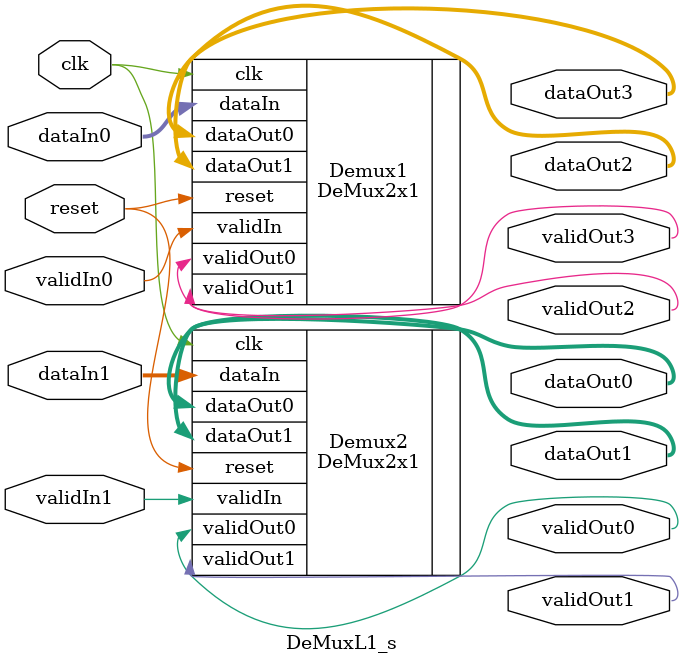
<source format=v>
/* Generated by Yosys 0.9 (git sha1 1979e0b) */

(* src = "DeMux2x1.v:1" *)
module DeMux2x1_L1(dataOut0, dataOut1, validOut0, validOut1, dataIn, validIn, clk, reset);
  (* src = "DeMux2x1.v:43" *)
  wire [7:0] _000_;
  (* src = "DeMux2x1.v:60" *)
  wire [7:0] _001_;
  (* src = "DeMux2x1.v:18" *)
  wire _002_;
  (* src = "DeMux2x1.v:43" *)
  wire _003_;
  (* src = "DeMux2x1.v:60" *)
  wire _004_;
  wire _005_;
  wire _006_;
  wire _007_;
  wire _008_;
  wire _009_;
  wire _010_;
  wire _011_;
  wire _012_;
  wire _013_;
  wire _014_;
  wire _015_;
  wire _016_;
  wire _017_;
  wire _018_;
  wire _019_;
  wire _020_;
  wire _021_;
  wire _022_;
  wire _023_;
  wire _024_;
  wire _025_;
  wire _026_;
  wire _027_;
  wire _028_;
  wire _029_;
  wire _030_;
  wire _031_;
  wire _032_;
  wire _033_;
  wire _034_;
  wire _035_;
  wire _036_;
  wire _037_;
  wire _038_;
  wire _039_;
  wire _040_;
  wire _041_;
  wire _042_;
  wire _043_;
  wire _044_;
  wire _045_;
  wire _046_;
  wire _047_;
  wire _048_;
  wire _049_;
  wire _050_;
  wire _051_;
  wire _052_;
  wire _053_;
  wire _054_;
  wire _055_;
  wire _056_;
  wire _057_;
  wire _058_;
  wire _059_;
  wire _060_;
  wire _061_;
  wire _062_;
  wire _063_;
  wire _064_;
  wire _065_;
  wire _066_;
  wire _067_;
  wire _068_;
  wire _069_;
  wire _070_;
  wire _071_;
  wire _072_;
  (* src = "DeMux2x1.v:9" *)
  input clk;
  (* src = "DeMux2x1.v:6" *)
  input [7:0] dataIn;
  (* src = "DeMux2x1.v:2" *)
  output [7:0] dataOut0;
  (* src = "DeMux2x1.v:3" *)
  output [7:0] dataOut1;
  (* init = 8'h00 *)
  (* src = "DeMux2x1.v:12" *)
  (* unused_bits = "0 1 2 3 4 5 6 7" *)
  wire [7:0] out0;
  (* init = 8'h00 *)
  (* src = "DeMux2x1.v:13" *)
  (* unused_bits = "0 1 2 3 4 5 6 7" *)
  wire [7:0] out1;
  (* src = "DeMux2x1.v:10" *)
  input reset;
  (* src = "DeMux2x1.v:16" *)
  wire selector;
  (* init = 1'h0 *)
  (* src = "DeMux2x1.v:14" *)
  (* unused_bits = "0" *)
  wire validDeMux0;
  (* init = 1'h0 *)
  (* src = "DeMux2x1.v:15" *)
  (* unused_bits = "0" *)
  wire validDeMux1;
  (* src = "DeMux2x1.v:7" *)
  input validIn;
  (* src = "DeMux2x1.v:4" *)
  output validOut0;
  (* src = "DeMux2x1.v:5" *)
  output validOut1;
  NOT _073_ (
    .A(reset),
    .Y(_031_)
  );
  NOT _074_ (
    .A(validIn),
    .Y(_032_)
  );
  NOT _075_ (
    .A(selector),
    .Y(_033_)
  );
  NOT _076_ (
    .A(dataIn[0]),
    .Y(_034_)
  );
  NOT _077_ (
    .A(dataIn[1]),
    .Y(_035_)
  );
  NOT _078_ (
    .A(dataIn[2]),
    .Y(_036_)
  );
  NOT _079_ (
    .A(dataIn[3]),
    .Y(_037_)
  );
  NOT _080_ (
    .A(dataIn[4]),
    .Y(_038_)
  );
  NOT _081_ (
    .A(dataIn[5]),
    .Y(_039_)
  );
  NOT _082_ (
    .A(dataIn[6]),
    .Y(_040_)
  );
  NOT _083_ (
    .A(dataIn[7]),
    .Y(_041_)
  );
  NOR _084_ (
    .A(validOut1),
    .B(selector),
    .Y(_042_)
  );
  NOR _085_ (
    .A(validIn),
    .B(_033_),
    .Y(_043_)
  );
  NOR _086_ (
    .A(_042_),
    .B(_043_),
    .Y(_044_)
  );
  NOR _087_ (
    .A(_032_),
    .B(_033_),
    .Y(_045_)
  );
  NOR _088_ (
    .A(dataOut1[0]),
    .B(_045_),
    .Y(_046_)
  );
  NAND _089_ (
    .A(_034_),
    .B(_045_),
    .Y(_047_)
  );
  NAND _090_ (
    .A(reset),
    .B(_047_),
    .Y(_048_)
  );
  NOR _091_ (
    .A(_046_),
    .B(_048_),
    .Y(_001_[0])
  );
  NOR _092_ (
    .A(dataOut1[1]),
    .B(_045_),
    .Y(_049_)
  );
  NAND _093_ (
    .A(_035_),
    .B(_045_),
    .Y(_050_)
  );
  NAND _094_ (
    .A(reset),
    .B(_050_),
    .Y(_051_)
  );
  NOR _095_ (
    .A(_049_),
    .B(_051_),
    .Y(_001_[1])
  );
  NOR _096_ (
    .A(dataOut1[2]),
    .B(_045_),
    .Y(_052_)
  );
  NAND _097_ (
    .A(_036_),
    .B(_045_),
    .Y(_053_)
  );
  NAND _098_ (
    .A(reset),
    .B(_053_),
    .Y(_054_)
  );
  NOR _099_ (
    .A(_052_),
    .B(_054_),
    .Y(_001_[2])
  );
  NOR _100_ (
    .A(dataOut1[3]),
    .B(_045_),
    .Y(_055_)
  );
  NAND _101_ (
    .A(_037_),
    .B(_045_),
    .Y(_056_)
  );
  NAND _102_ (
    .A(reset),
    .B(_056_),
    .Y(_057_)
  );
  NOR _103_ (
    .A(_055_),
    .B(_057_),
    .Y(_001_[3])
  );
  NOR _104_ (
    .A(dataOut1[4]),
    .B(_045_),
    .Y(_058_)
  );
  NAND _105_ (
    .A(_038_),
    .B(_045_),
    .Y(_059_)
  );
  NAND _106_ (
    .A(reset),
    .B(_059_),
    .Y(_060_)
  );
  NOR _107_ (
    .A(_058_),
    .B(_060_),
    .Y(_001_[4])
  );
  NOR _108_ (
    .A(dataOut1[5]),
    .B(_045_),
    .Y(_061_)
  );
  NAND _109_ (
    .A(_039_),
    .B(_045_),
    .Y(_062_)
  );
  NAND _110_ (
    .A(reset),
    .B(_062_),
    .Y(_063_)
  );
  NOR _111_ (
    .A(_061_),
    .B(_063_),
    .Y(_001_[5])
  );
  NOR _112_ (
    .A(dataOut1[6]),
    .B(_045_),
    .Y(_064_)
  );
  NAND _113_ (
    .A(_040_),
    .B(_045_),
    .Y(_065_)
  );
  NAND _114_ (
    .A(reset),
    .B(_065_),
    .Y(_066_)
  );
  NOR _115_ (
    .A(_064_),
    .B(_066_),
    .Y(_001_[6])
  );
  NOR _116_ (
    .A(dataOut1[7]),
    .B(_045_),
    .Y(_067_)
  );
  NAND _117_ (
    .A(_041_),
    .B(_045_),
    .Y(_068_)
  );
  NAND _118_ (
    .A(reset),
    .B(_068_),
    .Y(_069_)
  );
  NOR _119_ (
    .A(_067_),
    .B(_069_),
    .Y(_001_[7])
  );
  NOR _120_ (
    .A(_032_),
    .B(selector),
    .Y(_070_)
  );
  NAND _121_ (
    .A(reset),
    .B(selector),
    .Y(_002_)
  );
  NAND _122_ (
    .A(selector),
    .B(validOut0),
    .Y(_071_)
  );
  NOT _123_ (
    .A(_071_),
    .Y(_072_)
  );
  NOR _124_ (
    .A(_070_),
    .B(_072_),
    .Y(_005_)
  );
  NOR _125_ (
    .A(_031_),
    .B(_005_),
    .Y(_003_)
  );
  NOR _126_ (
    .A(dataOut0[0]),
    .B(_070_),
    .Y(_006_)
  );
  NAND _127_ (
    .A(_034_),
    .B(_070_),
    .Y(_007_)
  );
  NAND _128_ (
    .A(reset),
    .B(_007_),
    .Y(_008_)
  );
  NOR _129_ (
    .A(_006_),
    .B(_008_),
    .Y(_000_[0])
  );
  NOR _130_ (
    .A(dataOut0[1]),
    .B(_070_),
    .Y(_009_)
  );
  NAND _131_ (
    .A(_035_),
    .B(_070_),
    .Y(_010_)
  );
  NAND _132_ (
    .A(reset),
    .B(_010_),
    .Y(_011_)
  );
  NOR _133_ (
    .A(_009_),
    .B(_011_),
    .Y(_000_[1])
  );
  NOR _134_ (
    .A(dataOut0[2]),
    .B(_070_),
    .Y(_012_)
  );
  NAND _135_ (
    .A(_036_),
    .B(_070_),
    .Y(_013_)
  );
  NAND _136_ (
    .A(reset),
    .B(_013_),
    .Y(_014_)
  );
  NOR _137_ (
    .A(_012_),
    .B(_014_),
    .Y(_000_[2])
  );
  NOR _138_ (
    .A(dataOut0[3]),
    .B(_070_),
    .Y(_015_)
  );
  NAND _139_ (
    .A(_037_),
    .B(_070_),
    .Y(_016_)
  );
  NAND _140_ (
    .A(reset),
    .B(_016_),
    .Y(_017_)
  );
  NOR _141_ (
    .A(_015_),
    .B(_017_),
    .Y(_000_[3])
  );
  NOR _142_ (
    .A(dataOut0[4]),
    .B(_070_),
    .Y(_018_)
  );
  NAND _143_ (
    .A(_038_),
    .B(_070_),
    .Y(_019_)
  );
  NAND _144_ (
    .A(reset),
    .B(_019_),
    .Y(_020_)
  );
  NOR _145_ (
    .A(_018_),
    .B(_020_),
    .Y(_000_[4])
  );
  NOR _146_ (
    .A(dataOut0[5]),
    .B(_070_),
    .Y(_021_)
  );
  NAND _147_ (
    .A(_039_),
    .B(_070_),
    .Y(_022_)
  );
  NAND _148_ (
    .A(reset),
    .B(_022_),
    .Y(_023_)
  );
  NOR _149_ (
    .A(_021_),
    .B(_023_),
    .Y(_000_[5])
  );
  NOR _150_ (
    .A(dataOut0[6]),
    .B(_070_),
    .Y(_024_)
  );
  NAND _151_ (
    .A(_040_),
    .B(_070_),
    .Y(_025_)
  );
  NAND _152_ (
    .A(reset),
    .B(_025_),
    .Y(_026_)
  );
  NOR _153_ (
    .A(_024_),
    .B(_026_),
    .Y(_000_[6])
  );
  NOR _154_ (
    .A(dataOut0[7]),
    .B(_070_),
    .Y(_027_)
  );
  NAND _155_ (
    .A(_041_),
    .B(_070_),
    .Y(_028_)
  );
  NAND _156_ (
    .A(reset),
    .B(_028_),
    .Y(_029_)
  );
  NOR _157_ (
    .A(_027_),
    .B(_029_),
    .Y(_000_[7])
  );
  NAND _158_ (
    .A(reset),
    .B(_044_),
    .Y(_030_)
  );
  NOT _159_ (
    .A(_030_),
    .Y(_004_)
  );
  (* src = "DeMux2x1.v:60" *)
  DFF _160_ (
    .C(clk),
    .D(_001_[0]),
    .Q(dataOut1[0])
  );
  (* src = "DeMux2x1.v:60" *)
  DFF _161_ (
    .C(clk),
    .D(_001_[1]),
    .Q(dataOut1[1])
  );
  (* src = "DeMux2x1.v:60" *)
  DFF _162_ (
    .C(clk),
    .D(_001_[2]),
    .Q(dataOut1[2])
  );
  (* src = "DeMux2x1.v:60" *)
  DFF _163_ (
    .C(clk),
    .D(_001_[3]),
    .Q(dataOut1[3])
  );
  (* src = "DeMux2x1.v:60" *)
  DFF _164_ (
    .C(clk),
    .D(_001_[4]),
    .Q(dataOut1[4])
  );
  (* src = "DeMux2x1.v:60" *)
  DFF _165_ (
    .C(clk),
    .D(_001_[5]),
    .Q(dataOut1[5])
  );
  (* src = "DeMux2x1.v:60" *)
  DFF _166_ (
    .C(clk),
    .D(_001_[6]),
    .Q(dataOut1[6])
  );
  (* src = "DeMux2x1.v:60" *)
  DFF _167_ (
    .C(clk),
    .D(_001_[7]),
    .Q(dataOut1[7])
  );
  (* src = "DeMux2x1.v:60" *)
  DFF _168_ (
    .C(clk),
    .D(_004_),
    .Q(validOut1)
  );
  (* src = "DeMux2x1.v:43" *)
  DFF _169_ (
    .C(clk),
    .D(_000_[0]),
    .Q(dataOut0[0])
  );
  (* src = "DeMux2x1.v:43" *)
  DFF _170_ (
    .C(clk),
    .D(_000_[1]),
    .Q(dataOut0[1])
  );
  (* src = "DeMux2x1.v:43" *)
  DFF _171_ (
    .C(clk),
    .D(_000_[2]),
    .Q(dataOut0[2])
  );
  (* src = "DeMux2x1.v:43" *)
  DFF _172_ (
    .C(clk),
    .D(_000_[3]),
    .Q(dataOut0[3])
  );
  (* src = "DeMux2x1.v:43" *)
  DFF _173_ (
    .C(clk),
    .D(_000_[4]),
    .Q(dataOut0[4])
  );
  (* src = "DeMux2x1.v:43" *)
  DFF _174_ (
    .C(clk),
    .D(_000_[5]),
    .Q(dataOut0[5])
  );
  (* src = "DeMux2x1.v:43" *)
  DFF _175_ (
    .C(clk),
    .D(_000_[6]),
    .Q(dataOut0[6])
  );
  (* src = "DeMux2x1.v:43" *)
  DFF _176_ (
    .C(clk),
    .D(_000_[7]),
    .Q(dataOut0[7])
  );
  (* src = "DeMux2x1.v:43" *)
  DFF _177_ (
    .C(clk),
    .D(_003_),
    .Q(validOut0)
  );
  (* src = "DeMux2x1.v:18" *)
  DFF _178_ (
    .C(clk),
    .D(_002_),
    .Q(selector)
  );
endmodule

(* top =  1  *)
(* src = "DeMuxL1.v:2" *)
module DeMuxL1_s(dataOut0, dataOut1, dataOut2, dataOut3, validOut0, validOut1, validOut2, validOut3, dataIn0, dataIn1, validIn0, validIn1, clk, reset);
  (* src = "DeMuxL1.v:15" *)
  input clk;
  (* src = "DeMuxL1.v:11" *)
  input [7:0] dataIn0;
  (* src = "DeMuxL1.v:12" *)
  input [7:0] dataIn1;
  (* src = "DeMuxL1.v:3" *)
  output [7:0] dataOut0;
  (* src = "DeMuxL1.v:4" *)
  output [7:0] dataOut1;
  (* src = "DeMuxL1.v:5" *)
  output [7:0] dataOut2;
  (* src = "DeMuxL1.v:6" *)
  output [7:0] dataOut3;
  (* src = "DeMuxL1.v:16" *)
  input reset;
  (* src = "DeMuxL1.v:13" *)
  input validIn0;
  (* src = "DeMuxL1.v:14" *)
  input validIn1;
  (* src = "DeMuxL1.v:7" *)
  output validOut0;
  (* src = "DeMuxL1.v:8" *)
  output validOut1;
  (* src = "DeMuxL1.v:9" *)
  output validOut2;
  (* src = "DeMuxL1.v:10" *)
  output validOut3;
  (* module_not_derived = 32'd1 *)
  (* src = "DeMuxL1.v:18" *)
  DeMux2x1 Demux1 (
    .clk(clk),
    .dataIn(dataIn0),
    .dataOut0(dataOut3),
    .dataOut1(dataOut2),
    .reset(reset),
    .validIn(validIn0),
    .validOut0(validOut3),
    .validOut1(validOut2)
  );
  (* module_not_derived = 32'd1 *)
  (* src = "DeMuxL1.v:31" *)
  DeMux2x1 Demux2 (
    .clk(clk),
    .dataIn(dataIn1),
    .dataOut0(dataOut0),
    .dataOut1(dataOut1),
    .reset(reset),
    .validIn(validIn1),
    .validOut0(validOut0),
    .validOut1(validOut1)
  );
endmodule

</source>
